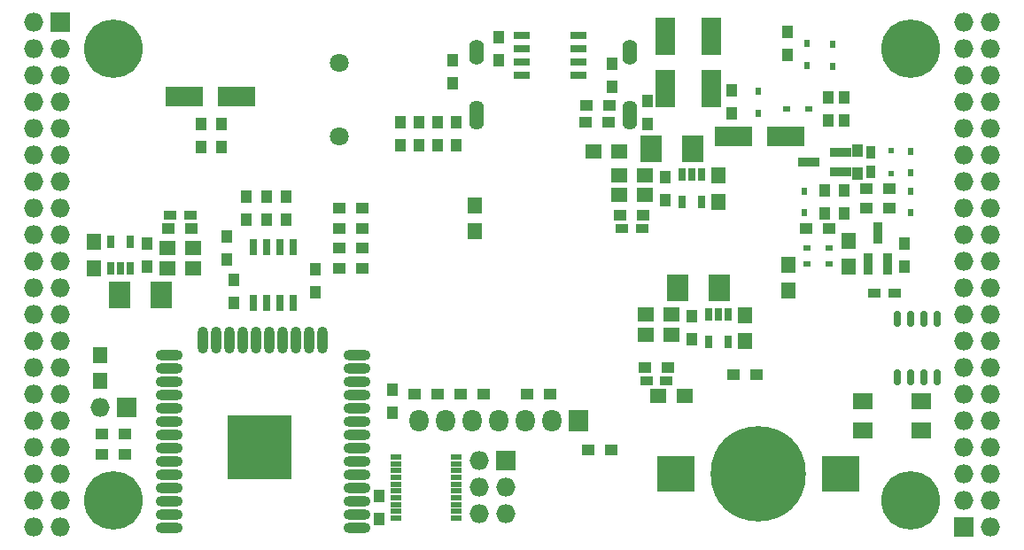
<source format=gbs>
G04 #@! TF.FileFunction,Soldermask,Bot*
%FSLAX46Y46*%
G04 Gerber Fmt 4.6, Leading zero omitted, Abs format (unit mm)*
G04 Created by KiCad (PCBNEW 4.0.7+dfsg1-1) date Tue Oct  3 19:54:00 2017*
%MOMM*%
%LPD*%
G01*
G04 APERTURE LIST*
%ADD10C,0.100000*%
%ADD11R,1.900000X3.600000*%
%ADD12R,1.000000X1.300000*%
%ADD13R,2.100000X2.600000*%
%ADD14R,0.800000X1.300000*%
%ADD15R,1.350000X1.600000*%
%ADD16R,1.600000X1.350000*%
%ADD17O,0.709600X1.573200*%
%ADD18R,0.900000X2.000000*%
%ADD19R,2.000000X0.900000*%
%ADD20R,1.300000X0.850000*%
%ADD21R,0.850000X1.300000*%
%ADD22R,1.300000X1.000000*%
%ADD23R,0.700000X1.650000*%
%ADD24R,1.650000X0.700000*%
%ADD25O,2.600000X1.000000*%
%ADD26O,1.000000X2.600000*%
%ADD27R,6.100000X6.100000*%
%ADD28R,1.827200X1.827200*%
%ADD29O,1.827200X1.827200*%
%ADD30C,5.600000*%
%ADD31R,1.100000X0.500000*%
%ADD32R,1.827200X2.132000*%
%ADD33O,1.827200X2.132000*%
%ADD34R,3.600000X3.400000*%
%ADD35C,9.100000*%
%ADD36C,1.800000*%
%ADD37O,1.400000X2.800000*%
%ADD38O,1.400000X2.400000*%
%ADD39R,1.900000X1.500000*%
%ADD40R,0.600000X0.600000*%
%ADD41R,0.700000X0.550000*%
%ADD42R,0.550000X0.700000*%
%ADD43R,3.600000X1.900000*%
G04 APERTURE END LIST*
D10*
D11*
X155695000Y-69000000D03*
X155695000Y-64000000D03*
D12*
X154044000Y-72426000D03*
X154044000Y-70226000D03*
D13*
X160870000Y-88090000D03*
X156870000Y-88090000D03*
D14*
X159825000Y-90600000D03*
X160775000Y-90600000D03*
X161725000Y-90600000D03*
X161725000Y-93200000D03*
X159825000Y-93200000D03*
D13*
X158330000Y-74755000D03*
X154330000Y-74755000D03*
D14*
X157285000Y-77235000D03*
X158235000Y-77235000D03*
X159185000Y-77235000D03*
X159185000Y-79835000D03*
X157285000Y-79835000D03*
D13*
X103530000Y-88725000D03*
X107530000Y-88725000D03*
D14*
X104575000Y-86215000D03*
X103625000Y-86215000D03*
X102675000Y-86215000D03*
X102675000Y-83615000D03*
X104575000Y-83615000D03*
D15*
X101085000Y-83665000D03*
X101085000Y-86165000D03*
D16*
X153810000Y-90630000D03*
X156310000Y-90630000D03*
X153810000Y-92535000D03*
X156310000Y-92535000D03*
D15*
X163315000Y-93150000D03*
X163315000Y-90650000D03*
D16*
X151270000Y-79200000D03*
X153770000Y-79200000D03*
X151270000Y-77295000D03*
X153770000Y-77295000D03*
D15*
X160775000Y-79815000D03*
X160775000Y-77315000D03*
D16*
X110590000Y-84280000D03*
X108090000Y-84280000D03*
X110590000Y-86185000D03*
X108090000Y-86185000D03*
D17*
X181730000Y-96599000D03*
X180460000Y-96599000D03*
X179190000Y-96599000D03*
X177920000Y-96599000D03*
X177920000Y-91011000D03*
X179190000Y-91011000D03*
X180460000Y-91011000D03*
X181730000Y-91011000D03*
D15*
X173221000Y-86038000D03*
X173221000Y-83538000D03*
D18*
X176965000Y-85780000D03*
X175065000Y-85780000D03*
X176015000Y-82780000D03*
D19*
X172435000Y-75075000D03*
X172435000Y-76975000D03*
X169435000Y-76025000D03*
D20*
X153910000Y-96910000D03*
X155810000Y-96910000D03*
X151570000Y-82375000D03*
X153470000Y-82375000D03*
X110290000Y-81105000D03*
X108390000Y-81105000D03*
D21*
X175380000Y-75075000D03*
X175380000Y-76975000D03*
D22*
X169200000Y-82375000D03*
X171400000Y-82375000D03*
D12*
X172840000Y-80935000D03*
X172840000Y-78735000D03*
D22*
X177115000Y-80470000D03*
X174915000Y-80470000D03*
D12*
X174110000Y-74925000D03*
X174110000Y-77125000D03*
X178555000Y-83815000D03*
X178555000Y-86015000D03*
X113785000Y-83180000D03*
X113785000Y-85380000D03*
X170935000Y-80935000D03*
X170935000Y-78735000D03*
X128390000Y-107945000D03*
X128390000Y-110145000D03*
D22*
X150572000Y-103584000D03*
X148372000Y-103584000D03*
X177115000Y-78565000D03*
X174915000Y-78565000D03*
X153760000Y-95640000D03*
X155960000Y-95640000D03*
X110440000Y-82375000D03*
X108240000Y-82375000D03*
X151420000Y-81105000D03*
X153620000Y-81105000D03*
D12*
X158235000Y-90800000D03*
X158235000Y-93000000D03*
X106165000Y-86015000D03*
X106165000Y-83815000D03*
X155695000Y-77465000D03*
X155695000Y-79665000D03*
D22*
X126782000Y-86185000D03*
X124582000Y-86185000D03*
X126782000Y-84279000D03*
X124582000Y-84279000D03*
X126782000Y-82375000D03*
X124582000Y-82375000D03*
X126782000Y-80470000D03*
X124582000Y-80470000D03*
D12*
X130422000Y-74458000D03*
X130422000Y-72258000D03*
X132200000Y-74458000D03*
X132200000Y-72258000D03*
X133978000Y-74458000D03*
X133978000Y-72258000D03*
X135756000Y-74458000D03*
X135756000Y-72258000D03*
D23*
X116325000Y-84120000D03*
X117595000Y-84120000D03*
X118865000Y-84120000D03*
X120135000Y-84120000D03*
X120135000Y-89520000D03*
X118865000Y-89520000D03*
X117595000Y-89520000D03*
X116325000Y-89520000D03*
D20*
X175700000Y-88598000D03*
X177600000Y-88598000D03*
D24*
X141980000Y-67705000D03*
X141980000Y-66435000D03*
X141980000Y-65165000D03*
X141980000Y-63895000D03*
X147380000Y-63895000D03*
X147380000Y-65165000D03*
X147380000Y-66435000D03*
X147380000Y-67705000D03*
D25*
X126260434Y-111030338D03*
X126260434Y-109760338D03*
X126260434Y-108490338D03*
X126260434Y-107220338D03*
X126260434Y-105950338D03*
X126260434Y-104680338D03*
X126260434Y-103410338D03*
X126260434Y-102140338D03*
X126260434Y-100870338D03*
X126260434Y-99600338D03*
X126260434Y-98330338D03*
X126260434Y-97060338D03*
X126260434Y-95790338D03*
X126260434Y-94520338D03*
D26*
X122975434Y-93030338D03*
X121705434Y-93030338D03*
X120435434Y-93030338D03*
X119165434Y-93030338D03*
X117895434Y-93030338D03*
X116625434Y-93030338D03*
X115355434Y-93030338D03*
X114085434Y-93030338D03*
X112815434Y-93030338D03*
X111545434Y-93030338D03*
D25*
X108260434Y-94520338D03*
X108260434Y-95790338D03*
X108260434Y-97060338D03*
X108260434Y-98330338D03*
X108260434Y-99600338D03*
X108260434Y-100870338D03*
X108260434Y-102140338D03*
X108260434Y-103410338D03*
X108260434Y-104680338D03*
X108260434Y-105950338D03*
X108260434Y-107220338D03*
X108260434Y-108490338D03*
X108260434Y-109760338D03*
X108260434Y-111030338D03*
D27*
X116960434Y-103330338D03*
D28*
X97910000Y-62690000D03*
D29*
X95370000Y-62690000D03*
X97910000Y-65230000D03*
X95370000Y-65230000D03*
X97910000Y-67770000D03*
X95370000Y-67770000D03*
X97910000Y-70310000D03*
X95370000Y-70310000D03*
X97910000Y-72850000D03*
X95370000Y-72850000D03*
X97910000Y-75390000D03*
X95370000Y-75390000D03*
X97910000Y-77930000D03*
X95370000Y-77930000D03*
X97910000Y-80470000D03*
X95370000Y-80470000D03*
X97910000Y-83010000D03*
X95370000Y-83010000D03*
X97910000Y-85550000D03*
X95370000Y-85550000D03*
X97910000Y-88090000D03*
X95370000Y-88090000D03*
X97910000Y-90630000D03*
X95370000Y-90630000D03*
X97910000Y-93170000D03*
X95370000Y-93170000D03*
X97910000Y-95710000D03*
X95370000Y-95710000D03*
X97910000Y-98250000D03*
X95370000Y-98250000D03*
X97910000Y-100790000D03*
X95370000Y-100790000D03*
X97910000Y-103330000D03*
X95370000Y-103330000D03*
X97910000Y-105870000D03*
X95370000Y-105870000D03*
X97910000Y-108410000D03*
X95370000Y-108410000D03*
X97910000Y-110950000D03*
X95370000Y-110950000D03*
D28*
X184270000Y-110950000D03*
D29*
X186810000Y-110950000D03*
X184270000Y-108410000D03*
X186810000Y-108410000D03*
X184270000Y-105870000D03*
X186810000Y-105870000D03*
X184270000Y-103330000D03*
X186810000Y-103330000D03*
X184270000Y-100790000D03*
X186810000Y-100790000D03*
X184270000Y-98250000D03*
X186810000Y-98250000D03*
X184270000Y-95710000D03*
X186810000Y-95710000D03*
X184270000Y-93170000D03*
X186810000Y-93170000D03*
X184270000Y-90630000D03*
X186810000Y-90630000D03*
X184270000Y-88090000D03*
X186810000Y-88090000D03*
X184270000Y-85550000D03*
X186810000Y-85550000D03*
X184270000Y-83010000D03*
X186810000Y-83010000D03*
X184270000Y-80470000D03*
X186810000Y-80470000D03*
X184270000Y-77930000D03*
X186810000Y-77930000D03*
X184270000Y-75390000D03*
X186810000Y-75390000D03*
X184270000Y-72850000D03*
X186810000Y-72850000D03*
X184270000Y-70310000D03*
X186810000Y-70310000D03*
X184270000Y-67770000D03*
X186810000Y-67770000D03*
X184270000Y-65230000D03*
X186810000Y-65230000D03*
X184270000Y-62690000D03*
X186810000Y-62690000D03*
D30*
X102990000Y-108410000D03*
X179190000Y-108410000D03*
X179190000Y-65230000D03*
X102990000Y-65230000D03*
D12*
X162045000Y-71410000D03*
X162045000Y-69210000D03*
X139820000Y-66330000D03*
X139820000Y-64130000D03*
X135375000Y-68532000D03*
X135375000Y-66332000D03*
X150615000Y-68870000D03*
X150615000Y-66670000D03*
D22*
X150275000Y-72215000D03*
X148075000Y-72215000D03*
X150380000Y-70600000D03*
X148180000Y-70600000D03*
D31*
X135735000Y-104215000D03*
X135735000Y-104865000D03*
X135735000Y-105515000D03*
X135735000Y-106165000D03*
X135735000Y-106815000D03*
X135735000Y-107465000D03*
X135735000Y-108115000D03*
X135735000Y-108765000D03*
X135735000Y-109415000D03*
X135735000Y-110065000D03*
X129935000Y-110065000D03*
X129935000Y-109415000D03*
X129935000Y-108765000D03*
X129935000Y-108115000D03*
X129935000Y-107465000D03*
X129935000Y-106815000D03*
X129935000Y-106165000D03*
X129935000Y-105515000D03*
X129935000Y-104865000D03*
X129935000Y-104215000D03*
D12*
X119500000Y-79370000D03*
X119500000Y-81570000D03*
X114480000Y-89500000D03*
X114480000Y-87300000D03*
X129660000Y-99985000D03*
X129660000Y-97785000D03*
X117595000Y-79370000D03*
X117595000Y-81570000D03*
X122280000Y-86300000D03*
X122280000Y-88500000D03*
X115690000Y-79370000D03*
X115690000Y-81570000D03*
D22*
X144730000Y-98250000D03*
X142530000Y-98250000D03*
X138380000Y-98250000D03*
X136180000Y-98250000D03*
X133935000Y-98250000D03*
X131735000Y-98250000D03*
X101890000Y-103965000D03*
X104090000Y-103965000D03*
D28*
X104260000Y-99520000D03*
D29*
X101720000Y-99520000D03*
D22*
X101890000Y-102060000D03*
X104090000Y-102060000D03*
D15*
X167506000Y-88324000D03*
X167506000Y-85824000D03*
D22*
X164415000Y-96345000D03*
X162215000Y-96345000D03*
D12*
X167379000Y-65822000D03*
X167379000Y-63622000D03*
D28*
X140455000Y-104600000D03*
D29*
X137915000Y-104600000D03*
X140455000Y-107140000D03*
X137915000Y-107140000D03*
X140455000Y-109680000D03*
X137915000Y-109680000D03*
D16*
X155030000Y-98400000D03*
X157530000Y-98400000D03*
D15*
X137480000Y-82650000D03*
X137480000Y-80150000D03*
D16*
X151330000Y-75000000D03*
X148830000Y-75000000D03*
D15*
X101720000Y-94460000D03*
X101720000Y-96960000D03*
D12*
X113277000Y-74585000D03*
X113277000Y-72385000D03*
X111372000Y-74585000D03*
X111372000Y-72385000D03*
X172840000Y-72045000D03*
X172840000Y-69845000D03*
X171316000Y-72045000D03*
X171316000Y-69845000D03*
D32*
X147440000Y-100790000D03*
D33*
X144900000Y-100790000D03*
X142360000Y-100790000D03*
X139820000Y-100790000D03*
X137280000Y-100790000D03*
X134740000Y-100790000D03*
X132200000Y-100790000D03*
D34*
X172485000Y-105870000D03*
X156685000Y-105870000D03*
D35*
X164585000Y-105870000D03*
D36*
X124580000Y-66540000D03*
X124580000Y-73540000D03*
D37*
X152280000Y-71550000D03*
X137680000Y-71550000D03*
D38*
X137680000Y-65500000D03*
X152280000Y-65500000D03*
D39*
X180212000Y-98882000D03*
X174612000Y-98882000D03*
X174612000Y-101682000D03*
X180212000Y-101682000D03*
D40*
X177285000Y-74925000D03*
X177285000Y-77125000D03*
D41*
X169250000Y-84280000D03*
X171350000Y-84280000D03*
D42*
X179190000Y-80885000D03*
X179190000Y-78785000D03*
X169030000Y-80885000D03*
X169030000Y-78785000D03*
D41*
X171350000Y-85804000D03*
X169250000Y-85804000D03*
D42*
X179190000Y-77075000D03*
X179190000Y-74975000D03*
D41*
X167345000Y-70945000D03*
X169445000Y-70945000D03*
D42*
X164585000Y-69260000D03*
X164585000Y-71360000D03*
X169284000Y-66788000D03*
X169284000Y-64688000D03*
X171697000Y-66881000D03*
X171697000Y-64781000D03*
D43*
X109761000Y-69802000D03*
X114761000Y-69802000D03*
X167212000Y-73612000D03*
X162212000Y-73612000D03*
D11*
X160140000Y-64000000D03*
X160140000Y-69000000D03*
M02*

</source>
